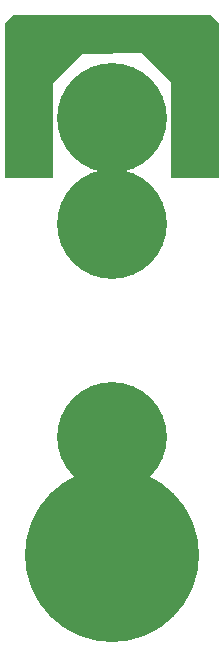
<source format=gbr>
G04 EAGLE Gerber RS-274X export*
G75*
%MOMM*%
%FSLAX34Y34*%
%LPD*%
%INBottom Copper*%
%IPPOS*%
%AMOC8*
5,1,8,0,0,1.08239X$1,22.5*%
G01*
%ADD10C,9.300000*%
%ADD11C,14.750000*%
%ADD12C,0.654800*%

G36*
X50050Y399631D02*
X50050Y399631D01*
X50101Y399633D01*
X50133Y399651D01*
X50169Y399659D01*
X50208Y399692D01*
X50253Y399716D01*
X50274Y399746D01*
X50302Y399769D01*
X50323Y399816D01*
X50353Y399858D01*
X50361Y399900D01*
X50373Y399928D01*
X50372Y399958D01*
X50380Y400000D01*
X50380Y479843D01*
X74979Y504441D01*
X125022Y504799D01*
X149620Y479844D01*
X149620Y400000D01*
X149631Y399950D01*
X149633Y399899D01*
X149651Y399867D01*
X149659Y399831D01*
X149692Y399792D01*
X149716Y399747D01*
X149746Y399726D01*
X149769Y399698D01*
X149816Y399677D01*
X149858Y399647D01*
X149900Y399639D01*
X149928Y399627D01*
X149958Y399628D01*
X150000Y399620D01*
X190000Y399620D01*
X190050Y399631D01*
X190101Y399633D01*
X190133Y399651D01*
X190169Y399659D01*
X190208Y399692D01*
X190253Y399716D01*
X190274Y399746D01*
X190302Y399769D01*
X190323Y399816D01*
X190353Y399858D01*
X190361Y399900D01*
X190373Y399928D01*
X190372Y399958D01*
X190380Y400000D01*
X190380Y530000D01*
X190363Y530074D01*
X190350Y530149D01*
X190343Y530159D01*
X190341Y530169D01*
X190317Y530198D01*
X190269Y530269D01*
X183445Y537093D01*
X183380Y537133D01*
X183318Y537177D01*
X183306Y537179D01*
X183298Y537184D01*
X183261Y537188D01*
X183176Y537204D01*
X16824Y537204D01*
X16750Y537187D01*
X16675Y537174D01*
X16665Y537167D01*
X16655Y537165D01*
X16626Y537141D01*
X16555Y537093D01*
X9731Y530269D01*
X9691Y530204D01*
X9647Y530142D01*
X9645Y530130D01*
X9640Y530122D01*
X9636Y530085D01*
X9620Y530000D01*
X9620Y400000D01*
X9631Y399950D01*
X9633Y399899D01*
X9651Y399867D01*
X9659Y399831D01*
X9692Y399792D01*
X9716Y399747D01*
X9746Y399726D01*
X9769Y399698D01*
X9816Y399677D01*
X9858Y399647D01*
X9900Y399639D01*
X9928Y399627D01*
X9958Y399628D01*
X10000Y399620D01*
X50000Y399620D01*
X50050Y399631D01*
G37*
D10*
X100000Y360000D03*
X100000Y180000D03*
D11*
X100000Y80000D03*
D10*
X100000Y450000D03*
D12*
X155448Y408432D03*
X163068Y408432D03*
X170688Y408432D03*
X178308Y408432D03*
X185928Y408432D03*
X88764Y509032D03*
X96384Y509032D03*
X104004Y509032D03*
X111624Y509032D03*
X88764Y516652D03*
X96384Y516652D03*
X104004Y516652D03*
X111624Y516652D03*
X18288Y408432D03*
X25908Y408432D03*
X33528Y408432D03*
X41148Y408432D03*
X41148Y416052D03*
X33528Y416052D03*
X25908Y416052D03*
X18288Y416052D03*
M02*

</source>
